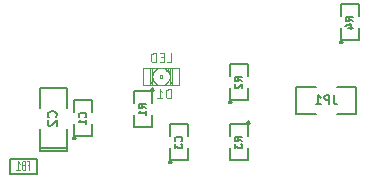
<source format=gbo>
G04 (created by PCBNEW-RS274X (2011-07-08)-stable) date Wed 10 Aug 2011 06:35:13 PM EDT*
G01*
G70*
G90*
%MOIN*%
G04 Gerber Fmt 3.4, Leading zero omitted, Abs format*
%FSLAX34Y34*%
G04 APERTURE LIST*
%ADD10C,0.006000*%
%ADD11C,0.002600*%
%ADD12C,0.004000*%
%ADD13C,0.005000*%
%ADD14C,0.003500*%
%ADD15C,0.004500*%
G04 APERTURE END LIST*
G54D10*
G54D11*
X55561Y-41961D02*
X55639Y-41961D01*
X55639Y-41961D02*
X55639Y-42039D01*
X55561Y-42039D02*
X55639Y-42039D01*
X55561Y-41961D02*
X55561Y-42039D01*
X55777Y-41725D02*
X55914Y-41725D01*
X55914Y-41725D02*
X55914Y-41823D01*
X55777Y-41823D02*
X55914Y-41823D01*
X55777Y-41725D02*
X55777Y-41823D01*
X55914Y-41725D02*
X55954Y-41725D01*
X55954Y-41725D02*
X55954Y-42196D01*
X55914Y-42196D02*
X55954Y-42196D01*
X55914Y-41725D02*
X55914Y-42196D01*
X55914Y-42216D02*
X55954Y-42216D01*
X55954Y-42216D02*
X55954Y-42275D01*
X55914Y-42275D02*
X55954Y-42275D01*
X55914Y-42216D02*
X55914Y-42275D01*
X55246Y-41725D02*
X55286Y-41725D01*
X55286Y-41725D02*
X55286Y-42196D01*
X55246Y-42196D02*
X55286Y-42196D01*
X55246Y-41725D02*
X55246Y-42196D01*
X55246Y-42216D02*
X55286Y-42216D01*
X55286Y-42216D02*
X55286Y-42275D01*
X55246Y-42275D02*
X55286Y-42275D01*
X55246Y-42216D02*
X55246Y-42275D01*
X55777Y-41725D02*
X55836Y-41725D01*
X55836Y-41725D02*
X55836Y-41823D01*
X55777Y-41823D02*
X55836Y-41823D01*
X55777Y-41725D02*
X55777Y-41823D01*
G54D12*
X56210Y-41705D02*
X54990Y-41705D01*
X54990Y-41705D02*
X54990Y-42295D01*
X54990Y-42295D02*
X56210Y-42295D01*
X56210Y-42295D02*
X56210Y-41705D01*
X55815Y-41805D02*
X55797Y-41787D01*
X55778Y-41771D01*
X55757Y-41756D01*
X55735Y-41743D01*
X55712Y-41732D01*
X55688Y-41723D01*
X55664Y-41717D01*
X55639Y-41712D01*
X55614Y-41710D01*
X55589Y-41710D01*
X55564Y-41712D01*
X55539Y-41716D01*
X55514Y-41723D01*
X55491Y-41731D01*
X55467Y-41742D01*
X55445Y-41754D01*
X55425Y-41769D01*
X55405Y-41785D01*
X55387Y-41803D01*
X55386Y-41804D01*
X55385Y-41805D02*
X55369Y-41825D01*
X55354Y-41845D01*
X55342Y-41867D01*
X55331Y-41891D01*
X55323Y-41914D01*
X55316Y-41939D01*
X55312Y-41964D01*
X55310Y-41989D01*
X55310Y-42014D01*
X55312Y-42039D01*
X55317Y-42064D01*
X55323Y-42088D01*
X55332Y-42112D01*
X55343Y-42135D01*
X55356Y-42157D01*
X55371Y-42178D01*
X55385Y-42195D01*
X55385Y-42195D02*
X55403Y-42213D01*
X55422Y-42229D01*
X55443Y-42244D01*
X55465Y-42257D01*
X55488Y-42268D01*
X55512Y-42277D01*
X55536Y-42283D01*
X55561Y-42288D01*
X55586Y-42290D01*
X55611Y-42290D01*
X55636Y-42288D01*
X55661Y-42284D01*
X55686Y-42277D01*
X55709Y-42269D01*
X55733Y-42258D01*
X55755Y-42246D01*
X55775Y-42231D01*
X55795Y-42215D01*
X55813Y-42197D01*
X55814Y-42196D01*
X55815Y-42195D02*
X55831Y-42175D01*
X55846Y-42155D01*
X55858Y-42133D01*
X55869Y-42109D01*
X55877Y-42086D01*
X55884Y-42061D01*
X55888Y-42036D01*
X55890Y-42011D01*
X55890Y-41986D01*
X55888Y-41961D01*
X55883Y-41936D01*
X55877Y-41912D01*
X55868Y-41888D01*
X55857Y-41865D01*
X55844Y-41843D01*
X55829Y-41822D01*
X55815Y-41805D01*
G54D13*
X58550Y-43550D02*
X58549Y-43559D01*
X58546Y-43569D01*
X58541Y-43577D01*
X58535Y-43585D01*
X58527Y-43591D01*
X58519Y-43596D01*
X58510Y-43598D01*
X58500Y-43599D01*
X58491Y-43599D01*
X58482Y-43596D01*
X58473Y-43591D01*
X58466Y-43585D01*
X58459Y-43578D01*
X58455Y-43569D01*
X58452Y-43560D01*
X58451Y-43550D01*
X58451Y-43541D01*
X58454Y-43532D01*
X58458Y-43523D01*
X58465Y-43516D01*
X58472Y-43509D01*
X58480Y-43505D01*
X58490Y-43502D01*
X58499Y-43501D01*
X58508Y-43501D01*
X58518Y-43504D01*
X58526Y-43508D01*
X58534Y-43514D01*
X58540Y-43522D01*
X58545Y-43530D01*
X58548Y-43539D01*
X58549Y-43549D01*
X58550Y-43550D01*
X58500Y-44000D02*
X58500Y-43600D01*
X58500Y-43600D02*
X57900Y-43600D01*
X57900Y-43600D02*
X57900Y-44000D01*
X57900Y-44400D02*
X57900Y-44800D01*
X57900Y-44800D02*
X58500Y-44800D01*
X58500Y-44800D02*
X58500Y-44400D01*
X57950Y-42850D02*
X57949Y-42859D01*
X57946Y-42869D01*
X57941Y-42877D01*
X57935Y-42885D01*
X57927Y-42891D01*
X57919Y-42896D01*
X57910Y-42898D01*
X57900Y-42899D01*
X57891Y-42899D01*
X57882Y-42896D01*
X57873Y-42891D01*
X57866Y-42885D01*
X57859Y-42878D01*
X57855Y-42869D01*
X57852Y-42860D01*
X57851Y-42850D01*
X57851Y-42841D01*
X57854Y-42832D01*
X57858Y-42823D01*
X57865Y-42816D01*
X57872Y-42809D01*
X57880Y-42805D01*
X57890Y-42802D01*
X57899Y-42801D01*
X57908Y-42801D01*
X57918Y-42804D01*
X57926Y-42808D01*
X57934Y-42814D01*
X57940Y-42822D01*
X57945Y-42830D01*
X57948Y-42839D01*
X57949Y-42849D01*
X57950Y-42850D01*
X57900Y-42400D02*
X57900Y-42800D01*
X57900Y-42800D02*
X58500Y-42800D01*
X58500Y-42800D02*
X58500Y-42400D01*
X58500Y-42000D02*
X58500Y-41600D01*
X58500Y-41600D02*
X57900Y-41600D01*
X57900Y-41600D02*
X57900Y-42000D01*
X55350Y-42450D02*
X55349Y-42459D01*
X55346Y-42469D01*
X55341Y-42477D01*
X55335Y-42485D01*
X55327Y-42491D01*
X55319Y-42496D01*
X55310Y-42498D01*
X55300Y-42499D01*
X55291Y-42499D01*
X55282Y-42496D01*
X55273Y-42491D01*
X55266Y-42485D01*
X55259Y-42478D01*
X55255Y-42469D01*
X55252Y-42460D01*
X55251Y-42450D01*
X55251Y-42441D01*
X55254Y-42432D01*
X55258Y-42423D01*
X55265Y-42416D01*
X55272Y-42409D01*
X55280Y-42405D01*
X55290Y-42402D01*
X55299Y-42401D01*
X55308Y-42401D01*
X55318Y-42404D01*
X55326Y-42408D01*
X55334Y-42414D01*
X55340Y-42422D01*
X55345Y-42430D01*
X55348Y-42439D01*
X55349Y-42449D01*
X55350Y-42450D01*
X55300Y-42900D02*
X55300Y-42500D01*
X55300Y-42500D02*
X54700Y-42500D01*
X54700Y-42500D02*
X54700Y-42900D01*
X54700Y-43300D02*
X54700Y-43700D01*
X54700Y-43700D02*
X55300Y-43700D01*
X55300Y-43700D02*
X55300Y-43300D01*
X55950Y-44850D02*
X55949Y-44859D01*
X55946Y-44869D01*
X55941Y-44877D01*
X55935Y-44885D01*
X55927Y-44891D01*
X55919Y-44896D01*
X55910Y-44898D01*
X55900Y-44899D01*
X55891Y-44899D01*
X55882Y-44896D01*
X55873Y-44891D01*
X55866Y-44885D01*
X55859Y-44878D01*
X55855Y-44869D01*
X55852Y-44860D01*
X55851Y-44850D01*
X55851Y-44841D01*
X55854Y-44832D01*
X55858Y-44823D01*
X55865Y-44816D01*
X55872Y-44809D01*
X55880Y-44805D01*
X55890Y-44802D01*
X55899Y-44801D01*
X55908Y-44801D01*
X55918Y-44804D01*
X55926Y-44808D01*
X55934Y-44814D01*
X55940Y-44822D01*
X55945Y-44830D01*
X55948Y-44839D01*
X55949Y-44849D01*
X55950Y-44850D01*
X55900Y-44400D02*
X55900Y-44800D01*
X55900Y-44800D02*
X56500Y-44800D01*
X56500Y-44800D02*
X56500Y-44400D01*
X56500Y-44000D02*
X56500Y-43600D01*
X56500Y-43600D02*
X55900Y-43600D01*
X55900Y-43600D02*
X55900Y-44000D01*
X52750Y-44050D02*
X52749Y-44059D01*
X52746Y-44069D01*
X52741Y-44077D01*
X52735Y-44085D01*
X52727Y-44091D01*
X52719Y-44096D01*
X52710Y-44098D01*
X52700Y-44099D01*
X52691Y-44099D01*
X52682Y-44096D01*
X52673Y-44091D01*
X52666Y-44085D01*
X52659Y-44078D01*
X52655Y-44069D01*
X52652Y-44060D01*
X52651Y-44050D01*
X52651Y-44041D01*
X52654Y-44032D01*
X52658Y-44023D01*
X52665Y-44016D01*
X52672Y-44009D01*
X52680Y-44005D01*
X52690Y-44002D01*
X52699Y-44001D01*
X52708Y-44001D01*
X52718Y-44004D01*
X52726Y-44008D01*
X52734Y-44014D01*
X52740Y-44022D01*
X52745Y-44030D01*
X52748Y-44039D01*
X52749Y-44049D01*
X52750Y-44050D01*
X52700Y-43600D02*
X52700Y-44000D01*
X52700Y-44000D02*
X53300Y-44000D01*
X53300Y-44000D02*
X53300Y-43600D01*
X53300Y-43200D02*
X53300Y-42800D01*
X53300Y-42800D02*
X52700Y-42800D01*
X52700Y-42800D02*
X52700Y-43200D01*
X62100Y-42350D02*
X62100Y-43250D01*
X62100Y-43250D02*
X61450Y-43250D01*
X60750Y-42350D02*
X60100Y-42350D01*
X60100Y-42350D02*
X60100Y-43250D01*
X60100Y-43250D02*
X60750Y-43250D01*
X61450Y-42350D02*
X62100Y-42350D01*
X52450Y-44400D02*
X52450Y-44500D01*
X52450Y-44500D02*
X51550Y-44500D01*
X51550Y-44500D02*
X51550Y-44400D01*
X52450Y-44400D02*
X51550Y-44400D01*
X51550Y-44400D02*
X51550Y-43750D01*
X52450Y-43050D02*
X52450Y-42400D01*
X52450Y-42400D02*
X51550Y-42400D01*
X51550Y-42400D02*
X51550Y-43050D01*
X52450Y-43750D02*
X52450Y-44400D01*
X61650Y-40850D02*
X61649Y-40859D01*
X61646Y-40869D01*
X61641Y-40877D01*
X61635Y-40885D01*
X61627Y-40891D01*
X61619Y-40896D01*
X61610Y-40898D01*
X61600Y-40899D01*
X61591Y-40899D01*
X61582Y-40896D01*
X61573Y-40891D01*
X61566Y-40885D01*
X61559Y-40878D01*
X61555Y-40869D01*
X61552Y-40860D01*
X61551Y-40850D01*
X61551Y-40841D01*
X61554Y-40832D01*
X61558Y-40823D01*
X61565Y-40816D01*
X61572Y-40809D01*
X61580Y-40805D01*
X61590Y-40802D01*
X61599Y-40801D01*
X61608Y-40801D01*
X61618Y-40804D01*
X61626Y-40808D01*
X61634Y-40814D01*
X61640Y-40822D01*
X61645Y-40830D01*
X61648Y-40839D01*
X61649Y-40849D01*
X61650Y-40850D01*
X61600Y-40400D02*
X61600Y-40800D01*
X61600Y-40800D02*
X62200Y-40800D01*
X62200Y-40800D02*
X62200Y-40400D01*
X62200Y-40000D02*
X62200Y-39600D01*
X62200Y-39600D02*
X61600Y-39600D01*
X61600Y-39600D02*
X61600Y-40000D01*
X50550Y-45250D02*
X51450Y-45250D01*
X51450Y-45250D02*
X51450Y-44750D01*
X51450Y-44750D02*
X50550Y-44750D01*
X50550Y-44750D02*
X50550Y-45250D01*
G54D14*
X55922Y-42721D02*
X55922Y-42421D01*
X55850Y-42421D01*
X55807Y-42436D01*
X55779Y-42464D01*
X55764Y-42493D01*
X55750Y-42550D01*
X55750Y-42593D01*
X55764Y-42650D01*
X55779Y-42679D01*
X55807Y-42707D01*
X55850Y-42721D01*
X55922Y-42721D01*
X55464Y-42721D02*
X55636Y-42721D01*
X55550Y-42721D02*
X55550Y-42421D01*
X55579Y-42464D01*
X55607Y-42493D01*
X55636Y-42507D01*
X55793Y-41521D02*
X55936Y-41521D01*
X55936Y-41221D01*
X55693Y-41364D02*
X55593Y-41364D01*
X55550Y-41521D02*
X55693Y-41521D01*
X55693Y-41221D01*
X55550Y-41221D01*
X55422Y-41521D02*
X55422Y-41221D01*
X55350Y-41221D01*
X55307Y-41236D01*
X55279Y-41264D01*
X55264Y-41293D01*
X55250Y-41350D01*
X55250Y-41393D01*
X55264Y-41450D01*
X55279Y-41479D01*
X55307Y-41507D01*
X55350Y-41521D01*
X55422Y-41521D01*
G54D13*
X58301Y-44158D02*
X58182Y-44075D01*
X58301Y-44016D02*
X58051Y-44016D01*
X58051Y-44111D01*
X58063Y-44135D01*
X58075Y-44146D01*
X58099Y-44158D01*
X58135Y-44158D01*
X58158Y-44146D01*
X58170Y-44135D01*
X58182Y-44111D01*
X58182Y-44016D01*
X58051Y-44242D02*
X58051Y-44396D01*
X58146Y-44313D01*
X58146Y-44349D01*
X58158Y-44373D01*
X58170Y-44385D01*
X58194Y-44396D01*
X58254Y-44396D01*
X58277Y-44385D01*
X58289Y-44373D01*
X58301Y-44349D01*
X58301Y-44277D01*
X58289Y-44254D01*
X58277Y-44242D01*
X58301Y-42158D02*
X58182Y-42075D01*
X58301Y-42016D02*
X58051Y-42016D01*
X58051Y-42111D01*
X58063Y-42135D01*
X58075Y-42146D01*
X58099Y-42158D01*
X58135Y-42158D01*
X58158Y-42146D01*
X58170Y-42135D01*
X58182Y-42111D01*
X58182Y-42016D01*
X58075Y-42254D02*
X58063Y-42266D01*
X58051Y-42289D01*
X58051Y-42349D01*
X58063Y-42373D01*
X58075Y-42385D01*
X58099Y-42396D01*
X58123Y-42396D01*
X58158Y-42385D01*
X58301Y-42242D01*
X58301Y-42396D01*
X55101Y-43058D02*
X54982Y-42975D01*
X55101Y-42916D02*
X54851Y-42916D01*
X54851Y-43011D01*
X54863Y-43035D01*
X54875Y-43046D01*
X54899Y-43058D01*
X54935Y-43058D01*
X54958Y-43046D01*
X54970Y-43035D01*
X54982Y-43011D01*
X54982Y-42916D01*
X55101Y-43296D02*
X55101Y-43154D01*
X55101Y-43225D02*
X54851Y-43225D01*
X54887Y-43201D01*
X54911Y-43177D01*
X54923Y-43154D01*
X56277Y-44158D02*
X56289Y-44146D01*
X56301Y-44111D01*
X56301Y-44087D01*
X56289Y-44051D01*
X56265Y-44027D01*
X56242Y-44016D01*
X56194Y-44004D01*
X56158Y-44004D01*
X56111Y-44016D01*
X56087Y-44027D01*
X56063Y-44051D01*
X56051Y-44087D01*
X56051Y-44111D01*
X56063Y-44146D01*
X56075Y-44158D01*
X56051Y-44242D02*
X56051Y-44396D01*
X56146Y-44313D01*
X56146Y-44349D01*
X56158Y-44373D01*
X56170Y-44385D01*
X56194Y-44396D01*
X56254Y-44396D01*
X56277Y-44385D01*
X56289Y-44373D01*
X56301Y-44349D01*
X56301Y-44277D01*
X56289Y-44254D01*
X56277Y-44242D01*
X53077Y-43358D02*
X53089Y-43346D01*
X53101Y-43311D01*
X53101Y-43287D01*
X53089Y-43251D01*
X53065Y-43227D01*
X53042Y-43216D01*
X52994Y-43204D01*
X52958Y-43204D01*
X52911Y-43216D01*
X52887Y-43227D01*
X52863Y-43251D01*
X52851Y-43287D01*
X52851Y-43311D01*
X52863Y-43346D01*
X52875Y-43358D01*
X53101Y-43596D02*
X53101Y-43454D01*
X53101Y-43525D02*
X52851Y-43525D01*
X52887Y-43501D01*
X52911Y-43477D01*
X52923Y-43454D01*
X61350Y-42621D02*
X61350Y-42836D01*
X61364Y-42879D01*
X61393Y-42907D01*
X61436Y-42921D01*
X61464Y-42921D01*
X61207Y-42921D02*
X61207Y-42621D01*
X61092Y-42621D01*
X61064Y-42636D01*
X61049Y-42650D01*
X61035Y-42679D01*
X61035Y-42721D01*
X61049Y-42750D01*
X61064Y-42764D01*
X61092Y-42779D01*
X61207Y-42779D01*
X60749Y-42921D02*
X60921Y-42921D01*
X60835Y-42921D02*
X60835Y-42621D01*
X60864Y-42664D01*
X60892Y-42693D01*
X60921Y-42707D01*
X52093Y-43350D02*
X52107Y-43336D01*
X52121Y-43293D01*
X52121Y-43264D01*
X52107Y-43221D01*
X52079Y-43193D01*
X52050Y-43178D01*
X51993Y-43164D01*
X51950Y-43164D01*
X51893Y-43178D01*
X51864Y-43193D01*
X51836Y-43221D01*
X51821Y-43264D01*
X51821Y-43293D01*
X51836Y-43336D01*
X51850Y-43350D01*
X51850Y-43464D02*
X51836Y-43478D01*
X51821Y-43507D01*
X51821Y-43578D01*
X51836Y-43607D01*
X51850Y-43621D01*
X51879Y-43636D01*
X51907Y-43636D01*
X51950Y-43621D01*
X52121Y-43450D01*
X52121Y-43636D01*
X62001Y-40158D02*
X61882Y-40075D01*
X62001Y-40016D02*
X61751Y-40016D01*
X61751Y-40111D01*
X61763Y-40135D01*
X61775Y-40146D01*
X61799Y-40158D01*
X61835Y-40158D01*
X61858Y-40146D01*
X61870Y-40135D01*
X61882Y-40111D01*
X61882Y-40016D01*
X61835Y-40373D02*
X62001Y-40373D01*
X61739Y-40313D02*
X61918Y-40254D01*
X61918Y-40408D01*
G54D15*
X51149Y-44967D02*
X51209Y-44967D01*
X51209Y-45113D02*
X51209Y-44833D01*
X51123Y-44833D01*
X50995Y-44967D02*
X50969Y-44980D01*
X50961Y-44993D01*
X50952Y-45020D01*
X50952Y-45060D01*
X50961Y-45087D01*
X50969Y-45100D01*
X50987Y-45113D01*
X51055Y-45113D01*
X51055Y-44833D01*
X50995Y-44833D01*
X50978Y-44847D01*
X50969Y-44860D01*
X50961Y-44887D01*
X50961Y-44913D01*
X50969Y-44940D01*
X50978Y-44953D01*
X50995Y-44967D01*
X51055Y-44967D01*
X50781Y-45113D02*
X50884Y-45113D01*
X50832Y-45113D02*
X50832Y-44833D01*
X50849Y-44873D01*
X50867Y-44900D01*
X50884Y-44913D01*
M02*

</source>
